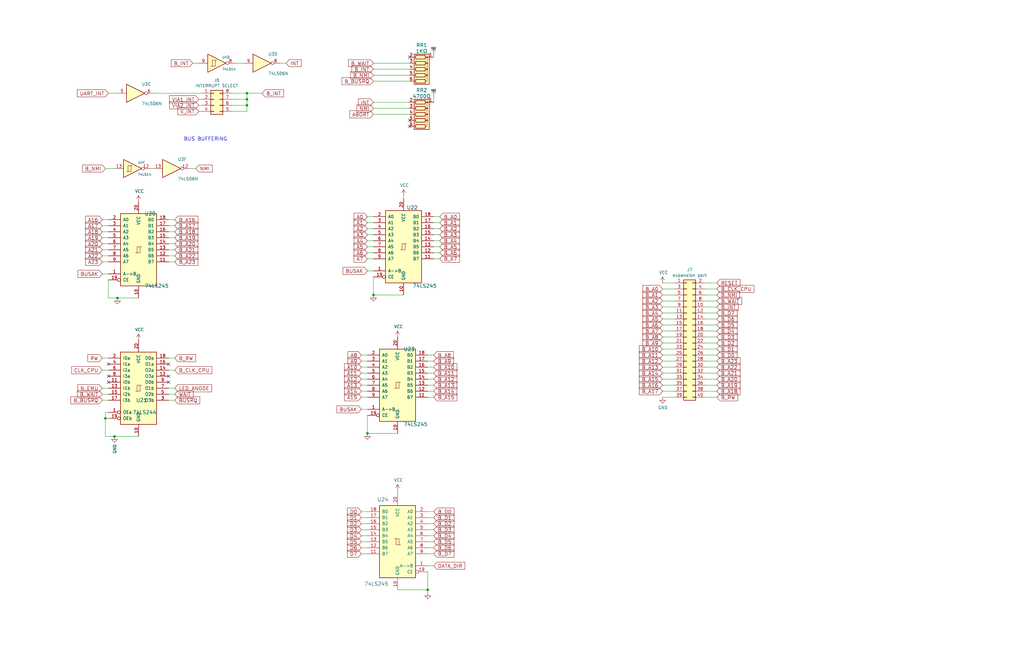
<source format=kicad_sch>
(kicad_sch (version 20211123) (generator eeschema)
  (paper "B")
  (lib_symbols
    (symbol "74xx:74LS06N" (pin_names (offset 1.016))
      (property "Reference" "U" (at 0 1.27 0))
      (property "Value" "74LS06N" (at 0 -1.27 0))
      (symbol "74LS06N_1_0"
        (pin input line (at -7.62 0 0) (length 3.81) (name "~") (number "1"))
        (pin open_collector inverted (at 7.62 0 180) (length 3.81) (name "~") (number "2"))
      )
      (symbol "74LS06N_2_0"
        (pin input line (at -7.62 0 0) (length 3.81) (name "~") (number "3"))
        (pin open_collector inverted (at 7.62 0 180) (length 3.81) (name "~") (number "4"))
      )
      (symbol "74LS06N_3_0"
        (pin input line (at -7.62 0 0) (length 3.81) (name "~") (number "5"))
        (pin open_collector inverted (at 7.62 0 180) (length 3.81) (name "~") (number "6"))
      )
      (symbol "74LS06N_4_0"
        (pin open_collector inverted (at 7.62 0 180) (length 3.81) (name "~") (number "8"))
        (pin input line (at -7.62 0 0) (length 3.81) (name "~") (number "9"))
      )
      (symbol "74LS06N_5_0"
        (pin open_collector inverted (at 7.62 0 180) (length 3.81) (name "~") (number "10"))
        (pin input line (at -7.62 0 0) (length 3.81) (name "~") (number "11"))
      )
      (symbol "74LS06N_6_0"
        (pin open_collector inverted (at 7.62 0 180) (length 3.81) (name "~") (number "12"))
        (pin input line (at -7.62 0 0) (length 3.81) (name "~") (number "13"))
      )
      (symbol "74LS06N_7_0"
        (pin power_in line (at 0 12.7 270) (length 5.08) (name "VCC") (number "14"))
        (pin power_in line (at 0 -12.7 90) (length 5.08) (name "GND") (number "7"))
      )
    )
    (symbol "74xx:74LS14" (pin_names (offset 1.016))
      (property "Reference" "U" (at 0 1.27 0))
      (property "Value" "74LS14" (at 0 -1.27 0))
      (symbol "74LS14_1_0"
        (pin input line (at -7.62 0 0) (length 3.81) (name "~") (number "1"))
        (pin output inverted (at 7.62 0 180) (length 3.81) (name "~") (number "2"))
      )
      (symbol "74LS14_2_0"
        (pin input line (at -7.62 0 0) (length 3.81) (name "~") (number "3"))
        (pin output inverted (at 7.62 0 180) (length 3.81) (name "~") (number "4"))
      )
      (symbol "74LS14_3_0"
        (pin input line (at -7.62 0 0) (length 3.81) (name "~") (number "5"))
        (pin output inverted (at 7.62 0 180) (length 3.81) (name "~") (number "6"))
      )
      (symbol "74LS14_4_0"
        (pin output inverted (at 7.62 0 180) (length 3.81) (name "~") (number "8"))
        (pin input line (at -7.62 0 0) (length 3.81) (name "~") (number "9"))
      )
      (symbol "74LS14_5_0"
        (pin output inverted (at 7.62 0 180) (length 3.81) (name "~") (number "10"))
        (pin input line (at -7.62 0 0) (length 3.81) (name "~") (number "11"))
      )
      (symbol "74LS14_6_0"
        (pin output inverted (at 7.62 0 180) (length 3.81) (name "~") (number "12"))
        (pin input line (at -7.62 0 0) (length 3.81) (name "~") (number "13"))
      )
      (symbol "74LS14_7_0"
        (pin power_in line (at 0 12.7 270) (length 5.08) (name "VCC") (number "14"))
        (pin power_in line (at 0 -12.7 90) (length 5.08) (name "GND") (number "7"))
      )
    )
    (symbol "74xx:74LS244" (pin_names (offset 1.016))
      (property "Reference" "U" (at -7.62 16.51 0))
      (property "Value" "74LS244" (at -7.62 -16.51 0))
      (symbol "74LS244_1_0"
        (pin input inverted (at -12.7 -10.16 0) (length 5.08) (name "OEa") (number "1"))
        (pin power_in line (at 0 -20.32 90) (length 5.08) (name "GND") (number "10"))
        (pin input line (at -12.7 2.54 0) (length 5.08) (name "I0b") (number "11"))
        (pin tri_state line (at 12.7 5.08 180) (length 5.08) (name "O3a") (number "12"))
        (pin input line (at -12.7 0 0) (length 5.08) (name "I1b") (number "13"))
        (pin tri_state line (at 12.7 7.62 180) (length 5.08) (name "O2a") (number "14"))
        (pin input line (at -12.7 -2.54 0) (length 5.08) (name "I2b") (number "15"))
        (pin tri_state line (at 12.7 10.16 180) (length 5.08) (name "O1a") (number "16"))
        (pin input line (at -12.7 -5.08 0) (length 5.08) (name "I3b") (number "17"))
        (pin tri_state line (at 12.7 12.7 180) (length 5.08) (name "O0a") (number "18"))
        (pin input inverted (at -12.7 -12.7 0) (length 5.08) (name "OEb") (number "19"))
        (pin input line (at -12.7 12.7 0) (length 5.08) (name "I0a") (number "2"))
        (pin power_in line (at 0 20.32 270) (length 5.08) (name "VCC") (number "20"))
        (pin tri_state line (at 12.7 -5.08 180) (length 5.08) (name "O3b") (number "3"))
        (pin input line (at -12.7 10.16 0) (length 5.08) (name "I1a") (number "4"))
        (pin tri_state line (at 12.7 -2.54 180) (length 5.08) (name "O2b") (number "5"))
        (pin input line (at -12.7 7.62 0) (length 5.08) (name "I2a") (number "6"))
        (pin tri_state line (at 12.7 0 180) (length 5.08) (name "O1b") (number "7"))
        (pin input line (at -12.7 5.08 0) (length 5.08) (name "I3a") (number "8"))
        (pin tri_state line (at 12.7 2.54 180) (length 5.08) (name "O0b") (number "9"))
      )
    )
    (symbol "74xx:74LS245" (pin_names (offset 1.016))
      (property "Reference" "U" (at -7.62 16.51 0))
      (property "Value" "74LS245" (at -7.62 -16.51 0))
      (symbol "74LS245_1_0"
        (pin input line (at -12.7 -10.16 0) (length 5.08) (name "A->B") (number "1"))
        (pin power_in line (at 0 -20.32 90) (length 5.08) (name "GND") (number "10"))
        (pin tri_state line (at 12.7 -5.08 180) (length 5.08) (name "B7") (number "11"))
        (pin tri_state line (at 12.7 -2.54 180) (length 5.08) (name "B6") (number "12"))
        (pin tri_state line (at 12.7 0 180) (length 5.08) (name "B5") (number "13"))
        (pin tri_state line (at 12.7 2.54 180) (length 5.08) (name "B4") (number "14"))
        (pin tri_state line (at 12.7 5.08 180) (length 5.08) (name "B3") (number "15"))
        (pin tri_state line (at 12.7 7.62 180) (length 5.08) (name "B2") (number "16"))
        (pin tri_state line (at 12.7 10.16 180) (length 5.08) (name "B1") (number "17"))
        (pin tri_state line (at 12.7 12.7 180) (length 5.08) (name "B0") (number "18"))
        (pin input inverted (at -12.7 -12.7 0) (length 5.08) (name "CE") (number "19"))
        (pin tri_state line (at -12.7 12.7 0) (length 5.08) (name "A0") (number "2"))
        (pin power_in line (at 0 20.32 270) (length 5.08) (name "VCC") (number "20"))
        (pin tri_state line (at -12.7 10.16 0) (length 5.08) (name "A1") (number "3"))
        (pin tri_state line (at -12.7 7.62 0) (length 5.08) (name "A2") (number "4"))
        (pin tri_state line (at -12.7 5.08 0) (length 5.08) (name "A3") (number "5"))
        (pin tri_state line (at -12.7 2.54 0) (length 5.08) (name "A4") (number "6"))
        (pin tri_state line (at -12.7 0 0) (length 5.08) (name "A5") (number "7"))
        (pin tri_state line (at -12.7 -2.54 0) (length 5.08) (name "A6") (number "8"))
        (pin tri_state line (at -12.7 -5.08 0) (length 5.08) (name "A7") (number "9"))
      )
    )
    (symbol "Connector_Generic:Conn_02x04_Counter_Clockwise" (pin_names (offset 1.016) hide)
      (property "Reference" "J" (at 1.27 5.08 0))
      (property "Value" "Conn_02x04_Counter_Clockwise" (at 1.27 -7.62 0))
      (symbol "Conn_02x04_Counter_Clockwise_1_1"
        (pin passive line (at -5.08 2.54 0) (length 3.81) (name "Pin_1") (number "1"))
        (pin passive line (at -5.08 0 0) (length 3.81) (name "Pin_2") (number "2"))
        (pin passive line (at -5.08 -2.54 0) (length 3.81) (name "Pin_3") (number "3"))
        (pin passive line (at -5.08 -5.08 0) (length 3.81) (name "Pin_4") (number "4"))
        (pin passive line (at 7.62 -5.08 180) (length 3.81) (name "Pin_5") (number "5"))
        (pin passive line (at 7.62 -2.54 180) (length 3.81) (name "Pin_6") (number "6"))
        (pin passive line (at 7.62 0 180) (length 3.81) (name "Pin_7") (number "7"))
        (pin passive line (at 7.62 2.54 180) (length 3.81) (name "Pin_8") (number "8"))
      )
    )
    (symbol "Connector_Generic:Conn_02x20_Odd_Even" (pin_names (offset 1.016) hide)
      (property "Reference" "J" (at 1.27 25.4 0))
      (property "Value" "Conn_02x20_Odd_Even" (at 1.27 -27.94 0))
      (symbol "Conn_02x20_Odd_Even_1_1"
        (pin passive line (at -5.08 22.86 0) (length 3.81) (name "Pin_1") (number "1"))
        (pin passive line (at 7.62 12.7 180) (length 3.81) (name "Pin_10") (number "10"))
        (pin passive line (at -5.08 10.16 0) (length 3.81) (name "Pin_11") (number "11"))
        (pin passive line (at 7.62 10.16 180) (length 3.81) (name "Pin_12") (number "12"))
        (pin passive line (at -5.08 7.62 0) (length 3.81) (name "Pin_13") (number "13"))
        (pin passive line (at 7.62 7.62 180) (length 3.81) (name "Pin_14") (number "14"))
        (pin passive line (at -5.08 5.08 0) (length 3.81) (name "Pin_15") (number "15"))
        (pin passive line (at 7.62 5.08 180) (length 3.81) (name "Pin_16") (number "16"))
        (pin passive line (at -5.08 2.54 0) (length 3.81) (name "Pin_17") (number "17"))
        (pin passive line (at 7.62 2.54 180) (length 3.81) (name "Pin_18") (number "18"))
        (pin passive line (at -5.08 0 0) (length 3.81) (name "Pin_19") (number "19"))
        (pin passive line (at 7.62 22.86 180) (length 3.81) (name "Pin_2") (number "2"))
        (pin passive line (at 7.62 0 180) (length 3.81) (name "Pin_20") (number "20"))
        (pin passive line (at -5.08 -2.54 0) (length 3.81) (name "Pin_21") (number "21"))
        (pin passive line (at 7.62 -2.54 180) (length 3.81) (name "Pin_22") (number "22"))
        (pin passive line (at -5.08 -5.08 0) (length 3.81) (name "Pin_23") (number "23"))
        (pin passive line (at 7.62 -5.08 180) (length 3.81) (name "Pin_24") (number "24"))
        (pin passive line (at -5.08 -7.62 0) (length 3.81) (name "Pin_25") (number "25"))
        (pin passive line (at 7.62 -7.62 180) (length 3.81) (name "Pin_26") (number "26"))
        (pin passive line (at -5.08 -10.16 0) (length 3.81) (name "Pin_27") (number "27"))
        (pin passive line (at 7.62 -10.16 180) (length 3.81) (name "Pin_28") (number "28"))
        (pin passive line (at -5.08 -12.7 0) (length 3.81) (name "Pin_29") (number "29"))
        (pin passive line (at -5.08 20.32 0) (length 3.81) (name "Pin_3") (number "3"))
        (pin passive line (at 7.62 -12.7 180) (length 3.81) (name "Pin_30") (number "30"))
        (pin passive line (at -5.08 -15.24 0) (length 3.81) (name "Pin_31") (number "31"))
        (pin passive line (at 7.62 -15.24 180) (length 3.81) (name "Pin_32") (number "32"))
        (pin passive line (at -5.08 -17.78 0) (length 3.81) (name "Pin_33") (number "33"))
        (pin passive line (at 7.62 -17.78 180) (length 3.81) (name "Pin_34") (number "34"))
        (pin passive line (at -5.08 -20.32 0) (length 3.81) (name "Pin_35") (number "35"))
        (pin passive line (at 7.62 -20.32 180) (length 3.81) (name "Pin_36") (number "36"))
        (pin passive line (at -5.08 -22.86 0) (length 3.81) (name "Pin_37") (number "37"))
        (pin passive line (at 7.62 -22.86 180) (length 3.81) (name "Pin_38") (number "38"))
        (pin passive line (at -5.08 -25.4 0) (length 3.81) (name "Pin_39") (number "39"))
        (pin passive line (at 7.62 20.32 180) (length 3.81) (name "Pin_4") (number "4"))
        (pin passive line (at 7.62 -25.4 180) (length 3.81) (name "Pin_40") (number "40"))
        (pin passive line (at -5.08 17.78 0) (length 3.81) (name "Pin_5") (number "5"))
        (pin passive line (at 7.62 17.78 180) (length 3.81) (name "Pin_6") (number "6"))
        (pin passive line (at -5.08 15.24 0) (length 3.81) (name "Pin_7") (number "7"))
        (pin passive line (at 7.62 15.24 180) (length 3.81) (name "Pin_8") (number "8"))
        (pin passive line (at -5.08 12.7 0) (length 3.81) (name "Pin_9") (number "9"))
      )
    )
    (symbol "Device:R_Network05" (pin_names (offset 0) hide)
      (property "Reference" "RN" (at -7.62 0 90))
      (property "Value" "R_Network05" (at 7.62 0 90))
      (symbol "R_Network05_1_1"
        (pin passive line (at -5.08 5.08 270) (length 2.54) (name "common") (number "1"))
        (pin passive line (at -5.08 -5.08 90) (length 1.27) (name "R1") (number "2"))
        (pin passive line (at -2.54 -5.08 90) (length 1.27) (name "R2") (number "3"))
        (pin passive line (at 0 -5.08 90) (length 1.27) (name "R3") (number "4"))
        (pin passive line (at 2.54 -5.08 90) (length 1.27) (name "R4") (number "5"))
        (pin passive line (at 5.08 -5.08 90) (length 1.27) (name "R5") (number "6"))
      )
    )
    (symbol "power:GND" (power) (pin_names (offset 0))
      (property "Value" "GND" (at 0 -3.81 0))
      (symbol "GND_1_1"
        (pin power_in line (at 0 0 270) (length 0) hide (name "GND") (number "1"))
      )
    )
    (symbol "power:VCC" (power) (pin_names (offset 0))
      (property "Value" "VCC" (at 0 3.81 0))
      (symbol "VCC_1_1"
        (pin power_in line (at 0 0 90) (length 0) hide (name "VCC") (number "1"))
      )
    )
  )
  (junction (at 104.14 39.37))
  (junction (at 154.94 182.88))
  (junction (at 180.34 248.92))
  (junction (at 104.14 44.45))
  (junction (at 48.26 184.15))
  (junction (at 44.45 176.53))
  (junction (at 157.48 124.46))
  (junction (at 104.14 41.91))
  (junction (at 49.53 125.73))
  (no_connect (at 71.12 161.29))
  (no_connect (at 172.72 50.8))
  (no_connect (at 71.12 153.67))
  (no_connect (at 45.72 158.75))
  (no_connect (at 45.72 153.67))
  (no_connect (at 71.12 158.75))
  (no_connect (at 172.72 24.13))
  (no_connect (at 172.72 53.34))
  (no_connect (at 45.72 161.29))
  (wire (pts (xy 297.18 129.54) (xy 302.26 129.54)))
  (wire (pts (xy 104.14 39.37) (xy 110.49 39.37)))
  (wire (pts (xy 97.79 44.45) (xy 104.14 44.45)))
  (wire (pts (xy 297.18 154.94) (xy 302.26 154.94)))
  (wire (pts (xy 154.94 175.26) (xy 154.94 182.88)))
  (wire (pts (xy 180.34 149.86) (xy 182.88 149.86)))
  (wire (pts (xy 279.4 165.1) (xy 284.48 165.1)))
  (wire (pts (xy 297.18 139.7) (xy 302.26 139.7)))
  (wire (pts (xy 43.18 107.95) (xy 45.72 107.95)))
  (wire (pts (xy 180.34 152.4) (xy 182.88 152.4)))
  (wire (pts (xy 180.34 233.68) (xy 182.88 233.68)))
  (wire (pts (xy 71.12 163.83) (xy 73.66 163.83)))
  (wire (pts (xy 170.18 82.55) (xy 170.18 83.82)))
  (wire (pts (xy 43.18 97.79) (xy 45.72 97.79)))
  (wire (pts (xy 180.34 167.64) (xy 182.88 167.64)))
  (wire (pts (xy 297.18 160.02) (xy 302.26 160.02)))
  (wire (pts (xy 152.4 231.14) (xy 154.94 231.14)))
  (wire (pts (xy 182.88 101.6) (xy 185.42 101.6)))
  (wire (pts (xy 297.18 137.16) (xy 302.26 137.16)))
  (wire (pts (xy 71.12 95.25) (xy 73.66 95.25)))
  (wire (pts (xy 182.88 99.06) (xy 185.42 99.06)))
  (wire (pts (xy 180.34 248.92) (xy 180.34 250.19)))
  (wire (pts (xy 152.4 165.1) (xy 154.94 165.1)))
  (wire (pts (xy 71.12 97.79) (xy 73.66 97.79)))
  (wire (pts (xy 297.18 127) (xy 302.26 127)))
  (wire (pts (xy 83.82 44.45) (xy 85.09 44.45)))
  (wire (pts (xy 154.94 96.52) (xy 157.48 96.52)))
  (wire (pts (xy 104.14 44.45) (xy 104.14 46.99)))
  (wire (pts (xy 118.11 26.67) (xy 120.65 26.67)))
  (wire (pts (xy 172.72 29.21) (xy 157.48 29.21)))
  (wire (pts (xy 172.72 43.18) (xy 157.48 43.18)))
  (wire (pts (xy 152.4 223.52) (xy 154.94 223.52)))
  (wire (pts (xy 152.4 152.4) (xy 154.94 152.4)))
  (wire (pts (xy 152.4 154.94) (xy 154.94 154.94)))
  (wire (pts (xy 49.53 125.73) (xy 58.42 125.73)))
  (wire (pts (xy 284.48 139.7) (xy 279.4 139.7)))
  (wire (pts (xy 71.12 92.71) (xy 73.66 92.71)))
  (wire (pts (xy 44.45 71.12) (xy 48.26 71.12)))
  (wire (pts (xy 64.77 39.37) (xy 85.09 39.37)))
  (wire (pts (xy 152.4 149.86) (xy 154.94 149.86)))
  (wire (pts (xy 297.18 142.24) (xy 302.26 142.24)))
  (wire (pts (xy 172.72 48.26) (xy 157.48 48.26)))
  (wire (pts (xy 297.18 147.32) (xy 302.26 147.32)))
  (wire (pts (xy 284.48 129.54) (xy 279.4 129.54)))
  (wire (pts (xy 154.94 106.68) (xy 157.48 106.68)))
  (wire (pts (xy 297.18 149.86) (xy 302.26 149.86)))
  (wire (pts (xy 182.88 93.98) (xy 185.42 93.98)))
  (wire (pts (xy 172.72 34.29) (xy 157.48 34.29)))
  (wire (pts (xy 182.88 22.86) (xy 182.88 24.13)))
  (wire (pts (xy 99.06 26.67) (xy 102.87 26.67)))
  (wire (pts (xy 104.14 39.37) (xy 104.14 41.91)))
  (wire (pts (xy 152.4 157.48) (xy 154.94 157.48)))
  (wire (pts (xy 154.94 91.44) (xy 157.48 91.44)))
  (wire (pts (xy 71.12 107.95) (xy 73.66 107.95)))
  (wire (pts (xy 180.34 238.76) (xy 182.88 238.76)))
  (wire (pts (xy 297.18 132.08) (xy 302.26 132.08)))
  (wire (pts (xy 81.28 26.67) (xy 83.82 26.67)))
  (wire (pts (xy 297.18 124.46) (xy 302.26 124.46)))
  (wire (pts (xy 44.45 176.53) (xy 44.45 173.99)))
  (wire (pts (xy 180.34 228.6) (xy 182.88 228.6)))
  (wire (pts (xy 152.4 160.02) (xy 154.94 160.02)))
  (wire (pts (xy 297.18 134.62) (xy 302.26 134.62)))
  (wire (pts (xy 83.82 41.91) (xy 85.09 41.91)))
  (wire (pts (xy 284.48 149.86) (xy 279.4 149.86)))
  (wire (pts (xy 297.18 144.78) (xy 302.26 144.78)))
  (wire (pts (xy 43.18 102.87) (xy 45.72 102.87)))
  (wire (pts (xy 71.12 156.21) (xy 73.66 156.21)))
  (wire (pts (xy 44.45 173.99) (xy 45.72 173.99)))
  (wire (pts (xy 284.48 142.24) (xy 279.4 142.24)))
  (wire (pts (xy 284.48 167.64) (xy 279.4 167.64)))
  (wire (pts (xy 172.72 26.67) (xy 157.48 26.67)))
  (wire (pts (xy 180.34 231.14) (xy 182.88 231.14)))
  (wire (pts (xy 297.18 167.64) (xy 302.26 167.64)))
  (wire (pts (xy 182.88 106.68) (xy 185.42 106.68)))
  (wire (pts (xy 172.72 45.72) (xy 157.48 45.72)))
  (wire (pts (xy 43.18 95.25) (xy 45.72 95.25)))
  (wire (pts (xy 152.4 218.44) (xy 154.94 218.44)))
  (wire (pts (xy 71.12 166.37) (xy 73.66 166.37)))
  (wire (pts (xy 154.94 109.22) (xy 157.48 109.22)))
  (wire (pts (xy 284.48 121.92) (xy 279.4 121.92)))
  (wire (pts (xy 44.45 176.53) (xy 45.72 176.53)))
  (wire (pts (xy 152.4 215.9) (xy 154.94 215.9)))
  (wire (pts (xy 284.48 152.4) (xy 279.4 152.4)))
  (wire (pts (xy 154.94 182.88) (xy 167.64 182.88)))
  (wire (pts (xy 43.18 156.21) (xy 45.72 156.21)))
  (wire (pts (xy 152.4 167.64) (xy 154.94 167.64)))
  (wire (pts (xy 180.34 154.94) (xy 182.88 154.94)))
  (wire (pts (xy 297.18 152.4) (xy 302.26 152.4)))
  (wire (pts (xy 43.18 151.13) (xy 45.72 151.13)))
  (wire (pts (xy 63.5 71.12) (xy 64.77 71.12)))
  (wire (pts (xy 284.48 154.94) (xy 279.4 154.94)))
  (wire (pts (xy 58.42 184.15) (xy 48.26 184.15)))
  (wire (pts (xy 43.18 100.33) (xy 45.72 100.33)))
  (wire (pts (xy 43.18 163.83) (xy 45.72 163.83)))
  (wire (pts (xy 83.82 46.99) (xy 85.09 46.99)))
  (wire (pts (xy 180.34 226.06) (xy 182.88 226.06)))
  (wire (pts (xy 43.18 168.91) (xy 45.72 168.91)))
  (wire (pts (xy 154.94 101.6) (xy 157.48 101.6)))
  (wire (pts (xy 45.72 125.73) (xy 49.53 125.73)))
  (wire (pts (xy 154.94 93.98) (xy 157.48 93.98)))
  (wire (pts (xy 152.4 226.06) (xy 154.94 226.06)))
  (wire (pts (xy 182.88 40.64) (xy 182.88 43.18)))
  (wire (pts (xy 297.18 157.48) (xy 302.26 157.48)))
  (wire (pts (xy 180.34 215.9) (xy 182.88 215.9)))
  (wire (pts (xy 44.45 184.15) (xy 44.45 176.53)))
  (wire (pts (xy 43.18 110.49) (xy 45.72 110.49)))
  (wire (pts (xy 43.18 166.37) (xy 45.72 166.37)))
  (wire (pts (xy 297.18 121.92) (xy 302.26 121.92)))
  (wire (pts (xy 152.4 220.98) (xy 154.94 220.98)))
  (wire (pts (xy 48.26 184.15) (xy 44.45 184.15)))
  (wire (pts (xy 284.48 132.08) (xy 279.4 132.08)))
  (wire (pts (xy 284.48 157.48) (xy 279.4 157.48)))
  (wire (pts (xy 284.48 162.56) (xy 279.4 162.56)))
  (wire (pts (xy 167.64 248.92) (xy 180.34 248.92)))
  (wire (pts (xy 97.79 46.99) (xy 104.14 46.99)))
  (wire (pts (xy 180.34 241.3) (xy 180.34 248.92)))
  (wire (pts (xy 284.48 127) (xy 279.4 127)))
  (wire (pts (xy 180.34 165.1) (xy 182.88 165.1)))
  (wire (pts (xy 180.34 220.98) (xy 182.88 220.98)))
  (wire (pts (xy 284.48 124.46) (xy 279.4 124.46)))
  (wire (pts (xy 152.4 233.68) (xy 154.94 233.68)))
  (wire (pts (xy 284.48 119.38) (xy 279.4 119.38)))
  (wire (pts (xy 43.18 92.71) (xy 45.72 92.71)))
  (wire (pts (xy 180.34 157.48) (xy 182.88 157.48)))
  (wire (pts (xy 43.18 115.57) (xy 45.72 115.57)))
  (wire (pts (xy 80.01 71.12) (xy 82.55 71.12)))
  (wire (pts (xy 182.88 109.22) (xy 185.42 109.22)))
  (wire (pts (xy 182.88 96.52) (xy 185.42 96.52)))
  (wire (pts (xy 71.12 100.33) (xy 73.66 100.33)))
  (wire (pts (xy 284.48 137.16) (xy 279.4 137.16)))
  (wire (pts (xy 43.18 105.41) (xy 45.72 105.41)))
  (wire (pts (xy 167.64 207.01) (xy 167.64 208.28)))
  (wire (pts (xy 152.4 228.6) (xy 154.94 228.6)))
  (wire (pts (xy 104.14 41.91) (xy 104.14 44.45)))
  (wire (pts (xy 297.18 165.1) (xy 302.26 165.1)))
  (wire (pts (xy 182.88 91.44) (xy 185.42 91.44)))
  (wire (pts (xy 45.72 39.37) (xy 49.53 39.37)))
  (wire (pts (xy 297.18 119.38) (xy 302.26 119.38)))
  (wire (pts (xy 71.12 102.87) (xy 73.66 102.87)))
  (wire (pts (xy 180.34 160.02) (xy 182.88 160.02)))
  (wire (pts (xy 297.18 162.56) (xy 302.26 162.56)))
  (wire (pts (xy 182.88 104.14) (xy 185.42 104.14)))
  (wire (pts (xy 152.4 172.72) (xy 154.94 172.72)))
  (wire (pts (xy 71.12 110.49) (xy 73.66 110.49)))
  (wire (pts (xy 154.94 114.3) (xy 157.48 114.3)))
  (wire (pts (xy 180.34 162.56) (xy 182.88 162.56)))
  (wire (pts (xy 284.48 144.78) (xy 279.4 144.78)))
  (wire (pts (xy 172.72 31.75) (xy 157.48 31.75)))
  (wire (pts (xy 97.79 39.37) (xy 104.14 39.37)))
  (wire (pts (xy 71.12 151.13) (xy 73.66 151.13)))
  (wire (pts (xy 157.48 124.46) (xy 170.18 124.46)))
  (wire (pts (xy 180.34 223.52) (xy 182.88 223.52)))
  (wire (pts (xy 45.72 118.11) (xy 45.72 125.73)))
  (wire (pts (xy 284.48 134.62) (xy 279.4 134.62)))
  (wire (pts (xy 157.48 116.84) (xy 157.48 124.46)))
  (wire (pts (xy 180.34 218.44) (xy 182.88 218.44)))
  (wire (pts (xy 71.12 168.91) (xy 73.66 168.91)))
  (wire (pts (xy 154.94 99.06) (xy 157.48 99.06)))
  (wire (pts (xy 152.4 162.56) (xy 154.94 162.56)))
  (wire (pts (xy 284.48 147.32) (xy 279.4 147.32)))
  (wire (pts (xy 97.79 41.91) (xy 104.14 41.91)))
  (wire (pts (xy 154.94 104.14) (xy 157.48 104.14)))
  (wire (pts (xy 71.12 105.41) (xy 73.66 105.41)))
  (wire (pts (xy 284.48 160.02) (xy 279.4 160.02)))
  (text "BUS BUFFERING" (at 77.47 59.69 0) (effects (font (size 1.524 1.524)) (justify left bottom)))
  (global_label "B_A7" (shape input) (at 185.42 109.22 0) (effects (font (size 1.524 1.524))) (property "Intersheet References" "${INTERSHEET_REFS}" (effects hide)))
  (global_label "B_A15" (shape input) (at 182.88 167.64 0) (effects (font (size 1.524 1.524))) (property "Intersheet References" "${INTERSHEET_REFS}" (effects hide)))
  (global_label "B_A4" (shape input) (at 279.4 132.08 180) (effects (font (size 1.524 1.524))) (property "Intersheet References" "${INTERSHEET_REFS}" (effects hide)))
  (global_label "A3" (shape input) (at 154.94 99.06 180) (effects (font (size 1.524 1.524))) (property "Intersheet References" "${INTERSHEET_REFS}" (effects hide)))
  (global_label "D3" (shape input) (at 152.4 223.52 180) (effects (font (size 1.524 1.524))) (property "Intersheet References" "${INTERSHEET_REFS}" (effects hide)))
  (global_label "B_A16" (shape input) (at 279.4 162.56 180) (effects (font (size 1.524 1.524))) (property "Intersheet References" "${INTERSHEET_REFS}" (effects hide)))
  (global_label "B_A13" (shape input) (at 279.4 154.94 180) (effects (font (size 1.524 1.524))) (property "Intersheet References" "${INTERSHEET_REFS}" (effects hide)))
  (global_label "B_A14" (shape input) (at 279.4 157.48 180) (effects (font (size 1.524 1.524))) (property "Intersheet References" "${INTERSHEET_REFS}" (effects hide)))
  (global_label "UART_INT" (shape input) (at 45.72 39.37 180) (effects (font (size 1.524 1.524))) (property "Intersheet References" "${INTERSHEET_REFS}" (effects hide)))
  (global_label "V_INT" (shape input) (at 83.82 46.99 180) (effects (font (size 1.524 1.524))) (property "Intersheet References" "${INTERSHEET_REFS}" (effects hide)))
  (global_label "A8" (shape input) (at 152.4 149.86 180) (effects (font (size 1.524 1.524))) (property "Intersheet References" "${INTERSHEET_REFS}" (effects hide)))
  (global_label "B_A17" (shape input) (at 73.66 95.25 0) (effects (font (size 1.524 1.524))) (property "Intersheet References" "${INTERSHEET_REFS}" (effects hide)))
  (global_label "B_A7" (shape input) (at 279.4 139.7 180) (effects (font (size 1.524 1.524))) (property "Intersheet References" "${INTERSHEET_REFS}" (effects hide)))
  (global_label "A2" (shape input) (at 154.94 96.52 180) (effects (font (size 1.524 1.524))) (property "Intersheet References" "${INTERSHEET_REFS}" (effects hide)))
  (global_label "RESET" (shape input) (at 302.26 119.38 0) (effects (font (size 1.524 1.524))) (property "Intersheet References" "${INTERSHEET_REFS}" (effects hide)))
  (global_label "B_D3" (shape input) (at 302.26 142.24 0) (effects (font (size 1.524 1.524))) (property "Intersheet References" "${INTERSHEET_REFS}" (effects hide)))
  (global_label "B_A4" (shape input) (at 185.42 101.6 0) (effects (font (size 1.524 1.524))) (property "Intersheet References" "${INTERSHEET_REFS}" (effects hide)))
  (global_label "CLK_CPU" (shape input) (at 43.18 156.21 180) (effects (font (size 1.524 1.524))) (property "Intersheet References" "${INTERSHEET_REFS}" (effects hide)))
  (global_label "B_D2" (shape input) (at 182.88 220.98 0) (effects (font (size 1.524 1.524))) (property "Intersheet References" "${INTERSHEET_REFS}" (effects hide)))
  (global_label "B_D5" (shape input) (at 182.88 228.6 0) (effects (font (size 1.524 1.524))) (property "Intersheet References" "${INTERSHEET_REFS}" (effects hide)))
  (global_label "D4" (shape input) (at 152.4 226.06 180) (effects (font (size 1.524 1.524))) (property "Intersheet References" "${INTERSHEET_REFS}" (effects hide)))
  (global_label "A5" (shape input) (at 154.94 104.14 180) (effects (font (size 1.524 1.524))) (property "Intersheet References" "${INTERSHEET_REFS}" (effects hide)))
  (global_label "B_A9" (shape input) (at 279.4 144.78 180) (effects (font (size 1.524 1.524))) (property "Intersheet References" "${INTERSHEET_REFS}" (effects hide)))
  (global_label "B_BUSRQ" (shape input) (at 157.48 34.29 180) (effects (font (size 1.524 1.524))) (property "Intersheet References" "${INTERSHEET_REFS}" (effects hide)))
  (global_label "B_A5" (shape input) (at 185.42 104.14 0) (effects (font (size 1.524 1.524))) (property "Intersheet References" "${INTERSHEET_REFS}" (effects hide)))
  (global_label "A15" (shape input) (at 152.4 167.64 180) (effects (font (size 1.524 1.524))) (property "Intersheet References" "${INTERSHEET_REFS}" (effects hide)))
  (global_label "BUSAK" (shape input) (at 154.94 114.3 180) (effects (font (size 1.524 1.524))) (property "Intersheet References" "${INTERSHEET_REFS}" (effects hide)))
  (global_label "B_A10" (shape input) (at 279.4 147.32 180) (effects (font (size 1.524 1.524))) (property "Intersheet References" "${INTERSHEET_REFS}" (effects hide)))
  (global_label "LED_ANODE" (shape input) (at 73.66 163.83 0) (effects (font (size 1.524 1.524))) (property "Intersheet References" "${INTERSHEET_REFS}" (effects hide)))
  (global_label "B_A0" (shape input) (at 279.4 121.92 180) (effects (font (size 1.524 1.524))) (property "Intersheet References" "${INTERSHEET_REFS}" (effects hide)))
  (global_label "D7" (shape input) (at 152.4 233.68 180) (effects (font (size 1.524 1.524))) (property "Intersheet References" "${INTERSHEET_REFS}" (effects hide)))
  (global_label "B_A11" (shape input) (at 182.88 157.48 0) (effects (font (size 1.524 1.524))) (property "Intersheet References" "${INTERSHEET_REFS}" (effects hide)))
  (global_label "A17" (shape input) (at 43.18 95.25 180) (effects (font (size 1.524 1.524))) (property "Intersheet References" "${INTERSHEET_REFS}" (effects hide)))
  (global_label "B_RW" (shape input) (at 73.66 151.13 0) (effects (font (size 1.524 1.524))) (property "Intersheet References" "${INTERSHEET_REFS}" (effects hide)))
  (global_label "D0" (shape input) (at 152.4 215.9 180) (effects (font (size 1.524 1.524))) (property "Intersheet References" "${INTERSHEET_REFS}" (effects hide)))
  (global_label "B_RW" (shape input) (at 302.26 167.64 0) (effects (font (size 1.524 1.524))) (property "Intersheet References" "${INTERSHEET_REFS}" (effects hide)))
  (global_label "B_A14" (shape input) (at 182.88 165.1 0) (effects (font (size 1.524 1.524))) (property "Intersheet References" "${INTERSHEET_REFS}" (effects hide)))
  (global_label "VIA2_INT" (shape input) (at 83.82 44.45 180) (effects (font (size 1.524 1.524))) (property "Intersheet References" "${INTERSHEET_REFS}" (effects hide)))
  (global_label "B_D6" (shape input) (at 182.88 231.14 0) (effects (font (size 1.524 1.524))) (property "Intersheet References" "${INTERSHEET_REFS}" (effects hide)))
  (global_label "A9" (shape input) (at 152.4 152.4 180) (effects (font (size 1.524 1.524))) (property "Intersheet References" "${INTERSHEET_REFS}" (effects hide)))
  (global_label "A19" (shape input) (at 43.18 100.33 180) (effects (font (size 1.524 1.524))) (property "Intersheet References" "${INTERSHEET_REFS}" (effects hide)))
  (global_label "B_A12" (shape input) (at 279.4 152.4 180) (effects (font (size 1.524 1.524))) (property "Intersheet References" "${INTERSHEET_REFS}" (effects hide)))
  (global_label "B_WAIT" (shape input) (at 302.26 127 0) (effects (font (size 1.524 1.524))) (property "Intersheet References" "${INTERSHEET_REFS}" (effects hide)))
  (global_label "B_A13" (shape input) (at 182.88 162.56 0) (effects (font (size 1.524 1.524))) (property "Intersheet References" "${INTERSHEET_REFS}" (effects hide)))
  (global_label "B_A19" (shape input) (at 73.66 100.33 0) (effects (font (size 1.524 1.524))) (property "Intersheet References" "${INTERSHEET_REFS}" (effects hide)))
  (global_label "B_A2" (shape input) (at 185.42 96.52 0) (effects (font (size 1.524 1.524))) (property "Intersheet References" "${INTERSHEET_REFS}" (effects hide)))
  (global_label "B_BUSRQ" (shape input) (at 43.18 168.91 180) (effects (font (size 1.524 1.524))) (property "Intersheet References" "${INTERSHEET_REFS}" (effects hide)))
  (global_label "A21" (shape input) (at 43.18 105.41 180) (effects (font (size 1.524 1.524))) (property "Intersheet References" "${INTERSHEET_REFS}" (effects hide)))
  (global_label "B_WAIT" (shape input) (at 43.18 166.37 180) (effects (font (size 1.524 1.524))) (property "Intersheet References" "${INTERSHEET_REFS}" (effects hide)))
  (global_label "VIA1_INT" (shape input) (at 83.82 41.91 180) (effects (font (size 1.524 1.524))) (property "Intersheet References" "${INTERSHEET_REFS}" (effects hide)))
  (global_label "B_D4" (shape input) (at 302.26 139.7 0) (effects (font (size 1.524 1.524))) (property "Intersheet References" "${INTERSHEET_REFS}" (effects hide)))
  (global_label "B_D6" (shape input) (at 302.26 134.62 0) (effects (font (size 1.524 1.524))) (property "Intersheet References" "${INTERSHEET_REFS}" (effects hide)))
  (global_label "BUSRQ" (shape input) (at 73.66 168.91 0) (effects (font (size 1.524 1.524))) (property "Intersheet References" "${INTERSHEET_REFS}" (effects hide)))
  (global_label "B_NMI" (shape input) (at 302.26 124.46 0) (effects (font (size 1.524 1.524))) (property "Intersheet References" "${INTERSHEET_REFS}" (effects hide)))
  (global_label "DATA_DIR" (shape input) (at 182.88 238.76 0) (effects (font (size 1.524 1.524))) (property "Intersheet References" "${INTERSHEET_REFS}" (effects hide)))
  (global_label "B_INT" (shape input) (at 110.49 39.37 0) (effects (font (size 1.524 1.524))) (property "Intersheet References" "${INTERSHEET_REFS}" (effects hide)))
  (global_label "B_D7" (shape input) (at 302.26 132.08 0) (effects (font (size 1.524 1.524))) (property "Intersheet References" "${INTERSHEET_REFS}" (effects hide)))
  (global_label "B_INT" (shape input) (at 157.48 29.21 180) (effects (font (size 1.524 1.524))) (property "Intersheet References" "${INTERSHEET_REFS}" (effects hide)))
  (global_label "D5" (shape input) (at 152.4 228.6 180) (effects (font (size 1.524 1.524))) (property "Intersheet References" "${INTERSHEET_REFS}" (effects hide)))
  (global_label "B_A15" (shape input) (at 279.4 160.02 180) (effects (font (size 1.524 1.524))) (property "Intersheet References" "${INTERSHEET_REFS}" (effects hide)))
  (global_label "B_D4" (shape input) (at 182.88 226.06 0) (effects (font (size 1.524 1.524))) (property "Intersheet References" "${INTERSHEET_REFS}" (effects hide)))
  (global_label "A23" (shape input) (at 43.18 110.49 180) (effects (font (size 1.524 1.524))) (property "Intersheet References" "${INTERSHEET_REFS}" (effects hide)))
  (global_label "B_A18" (shape input) (at 73.66 97.79 0) (effects (font (size 1.524 1.524))) (property "Intersheet References" "${INTERSHEET_REFS}" (effects hide)))
  (global_label "B_A2" (shape input) (at 279.4 127 180) (effects (font (size 1.524 1.524))) (property "Intersheet References" "${INTERSHEET_REFS}" (effects hide)))
  (global_label "D2" (shape input) (at 152.4 220.98 180) (effects (font (size 1.524 1.524))) (property "Intersheet References" "${INTERSHEET_REFS}" (effects hide)))
  (global_label "B_A18" (shape input) (at 302.26 165.1 0) (effects (font (size 1.524 1.524))) (property "Intersheet References" "${INTERSHEET_REFS}" (effects hide)))
  (global_label "A13" (shape input) (at 152.4 162.56 180) (effects (font (size 1.524 1.524))) (property "Intersheet References" "${INTERSHEET_REFS}" (effects hide)))
  (global_label "BUSAK" (shape input) (at 43.18 115.57 180) (effects (font (size 1.524 1.524))) (property "Intersheet References" "${INTERSHEET_REFS}" (effects hide)))
  (global_label "A20" (shape input) (at 43.18 102.87 180) (effects (font (size 1.524 1.524))) (property "Intersheet References" "${INTERSHEET_REFS}" (effects hide)))
  (global_label "B_A5" (shape input) (at 279.4 134.62 180) (effects (font (size 1.524 1.524))) (property "Intersheet References" "${INTERSHEET_REFS}" (effects hide)))
  (global_label "B_D5" (shape input) (at 302.26 137.16 0) (effects (font (size 1.524 1.524))) (property "Intersheet References" "${INTERSHEET_REFS}" (effects hide)))
  (global_label "B_A22" (shape input) (at 73.66 107.95 0) (effects (font (size 1.524 1.524))) (property "Intersheet References" "${INTERSHEET_REFS}" (effects hide)))
  (global_label "B_A8" (shape input) (at 279.4 142.24 180) (effects (font (size 1.524 1.524))) (property "Intersheet References" "${INTERSHEET_REFS}" (effects hide)))
  (global_label "B_A20" (shape input) (at 302.26 160.02 0) (effects (font (size 1.524 1.524))) (property "Intersheet References" "${INTERSHEET_REFS}" (effects hide)))
  (global_label "A7" (shape input) (at 154.94 109.22 180) (effects (font (size 1.524 1.524))) (property "Intersheet References" "${INTERSHEET_REFS}" (effects hide)))
  (global_label "B_D2" (shape input) (at 302.26 144.78 0) (effects (font (size 1.524 1.524))) (property "Intersheet References" "${INTERSHEET_REFS}" (effects hide)))
  (global_label "B_A21" (shape input) (at 73.66 105.41 0) (effects (font (size 1.524 1.524))) (property "Intersheet References" "${INTERSHEET_REFS}" (effects hide)))
  (global_label "B_NMI" (shape input) (at 157.48 31.75 180) (effects (font (size 1.524 1.524))) (property "Intersheet References" "${INTERSHEET_REFS}" (effects hide)))
  (global_label "B_D7" (shape input) (at 182.88 233.68 0) (effects (font (size 1.524 1.524))) (property "Intersheet References" "${INTERSHEET_REFS}" (effects hide)))
  (global_label "B_D1" (shape input) (at 182.88 218.44 0) (effects (font (size 1.524 1.524))) (property "Intersheet References" "${INTERSHEET_REFS}" (effects hide)))
  (global_label "B_A8" (shape input) (at 182.88 149.86 0) (effects (font (size 1.524 1.524))) (property "Intersheet References" "${INTERSHEET_REFS}" (effects hide)))
  (global_label "NMI" (shape input) (at 82.55 71.12 0) (effects (font (size 1.524 1.524))) (property "Intersheet References" "${INTERSHEET_REFS}" (effects hide)))
  (global_label "D1" (shape input) (at 152.4 218.44 180) (effects (font (size 1.524 1.524))) (property "Intersheet References" "${INTERSHEET_REFS}" (effects hide)))
  (global_label "B_D0" (shape input) (at 302.26 149.86 0) (effects (font (size 1.524 1.524))) (property "Intersheet References" "${INTERSHEET_REFS}" (effects hide)))
  (global_label "B_A0" (shape input) (at 185.42 91.44 0) (effects (font (size 1.524 1.524))) (property "Intersheet References" "${INTERSHEET_REFS}" (effects hide)))
  (global_label "A22" (shape input) (at 43.18 107.95 180) (effects (font (size 1.524 1.524))) (property "Intersheet References" "${INTERSHEET_REFS}" (effects hide)))
  (global_label "WAIT" (shape input) (at 73.66 166.37 0) (effects (font (size 1.524 1.524))) (property "Intersheet References" "${INTERSHEET_REFS}" (effects hide)))
  (global_label "A1" (shape input) (at 154.94 93.98 180) (effects (font (size 1.524 1.524))) (property "Intersheet References" "${INTERSHEET_REFS}" (effects hide)))
  (global_label "BUSAK" (shape input) (at 152.4 172.72 180) (effects (font (size 1.524 1.524))) (property "Intersheet References" "${INTERSHEET_REFS}" (effects hide)))
  (global_label "B_A1" (shape input) (at 279.4 124.46 180) (effects (font (size 1.524 1.524))) (property "Intersheet References" "${INTERSHEET_REFS}" (effects hide)))
  (global_label "B_A6" (shape input) (at 185.42 106.68 0) (effects (font (size 1.524 1.524))) (property "Intersheet References" "${INTERSHEET_REFS}" (effects hide)))
  (global_label "B_D0" (shape input) (at 182.88 215.9 0) (effects (font (size 1.524 1.524))) (property "Intersheet References" "${INTERSHEET_REFS}" (effects hide)))
  (global_label "B_A19" (shape input) (at 302.26 162.56 0) (effects (font (size 1.524 1.524))) (property "Intersheet References" "${INTERSHEET_REFS}" (effects hide)))
  (global_label "B_A21" (shape input) (at 302.26 157.48 0) (effects (font (size 1.524 1.524))) (property "Intersheet References" "${INTERSHEET_REFS}" (effects hide)))
  (global_label "B_A10" (shape input) (at 182.88 154.94 0) (effects (font (size 1.524 1.524))) (property "Intersheet References" "${INTERSHEET_REFS}" (effects hide)))
  (global_label "RW" (shape input) (at 43.18 151.13 180) (effects (font (size 1.524 1.524))) (property "Intersheet References" "${INTERSHEET_REFS}" (effects hide)))
  (global_label "B_D3" (shape input) (at 182.88 223.52 0) (effects (font (size 1.524 1.524))) (property "Intersheet References" "${INTERSHEET_REFS}" (effects hide)))
  (global_label "NMI" (shape input) (at 157.48 45.72 180) (effects (font (size 1.524 1.524))) (property "Intersheet References" "${INTERSHEET_REFS}" (effects hide)))
  (global_label "B_A23" (shape input) (at 73.66 110.49 0) (effects (font (size 1.524 1.524))) (property "Intersheet References" "${INTERSHEET_REFS}" (effects hide)))
  (global_label "B_A22" (shape input) (at 302.26 154.94 0) (effects (font (size 1.524 1.524))) (property "Intersheet References" "${INTERSHEET_REFS}" (effects hide)))
  (global_label "B_D1" (shape input) (at 302.26 147.32 0) (effects (font (size 1.524 1.524))) (property "Intersheet References" "${INTERSHEET_REFS}" (effects hide)))
  (global_label "B_INT" (shape input) (at 302.26 129.54 0) (effects (font (size 1.524 1.524))) (property "Intersheet References" "${INTERSHEET_REFS}" (effects hide)))
  (global_label "A10" (shape input) (at 152.4 154.94 180) (effects (font (size 1.524 1.524))) (property "Intersheet References" "${INTERSHEET_REFS}" (effects hide)))
  (global_label "B_A3" (shape input) (at 185.42 99.06 0) (effects (font (size 1.524 1.524))) (property "Intersheet References" "${INTERSHEET_REFS}" (effects hide)))
  (global_label "B_A6" (shape input) (at 279.4 137.16 180) (effects (font (size 1.524 1.524))) (property "Intersheet References" "${INTERSHEET_REFS}" (effects hide)))
  (global_label "B_A12" (shape input) (at 182.88 160.02 0) (effects (font (size 1.524 1.524))) (property "Intersheet References" "${INTERSHEET_REFS}" (effects hide)))
  (global_label "A4" (shape input) (at 154.94 101.6 180) (effects (font (size 1.524 1.524))) (property "Intersheet References" "${INTERSHEET_REFS}" (effects hide)))
  (global_label "INT" (shape input) (at 120.65 26.67 0) (effects (font (size 1.524 1.524))) (property "Intersheet References" "${INTERSHEET_REFS}" (effects hide)))
  (global_label "B_CLK_CPU" (shape input) (at 73.66 156.21 0) (effects (font (size 1.524 1.524))) (property "Intersheet References" "${INTERSHEET_REFS}" (effects hide)))
  (global_label "A11" (shape input) (at 152.4 157.48 180) (effects (font (size 1.524 1.524))) (property "Intersheet References" "${INTERSHEET_REFS}" (effects hide)))
  (global_label "A18" (shape input) (at 43.18 97.79 180) (effects (font (size 1.524 1.524))) (property "Intersheet References" "${INTERSHEET_REFS}" (effects hide)))
  (global_label "B_NMI" (shape input) (at 44.45 71.12 180) (effects (font (size 1.524 1.524))) (property "Intersheet References" "${INTERSHEET_REFS}" (effects hide)))
  (global_label "ABORT" (shape input) (at 157.48 48.26 180) (effects (font (size 1.524 1.524))) (property "Intersheet References" "${INTERSHEET_REFS}" (effects hide)))
  (global_label "A0" (shape input) (at 154.94 91.44 180) (effects (font (size 1.524 1.524))) (property "Intersheet References" "${INTERSHEET_REFS}" (effects hide)))
  (global_label "B_A11" (shape input) (at 279.4 149.86 180) (effects (font (size 1.524 1.524))) (property "Intersheet References" "${INTERSHEET_REFS}" (effects hide)))
  (global_label "B_INT" (shape input) (at 81.28 26.67 180) (effects (font (size 1.524 1.524))) (property "Intersheet References" "${INTERSHEET_REFS}" (effects hide)))
  (global_label "B_A3" (shape input) (at 279.4 129.54 180) (effects (font (size 1.524 1.524))) (property "Intersheet References" "${INTERSHEET_REFS}" (effects hide)))
  (global_label "A6" (shape input) (at 154.94 106.68 180) (effects (font (size 1.524 1.524))) (property "Intersheet References" "${INTERSHEET_REFS}" (effects hide)))
  (global_label "B_A17" (shape input) (at 279.4 165.1 180) (effects (font (size 1.524 1.524))) (property "Intersheet References" "${INTERSHEET_REFS}" (effects hide)))
  (global_label "A16" (shape input) (at 43.18 92.71 180) (effects (font (size 1.524 1.524))) (property "Intersheet References" "${INTERSHEET_REFS}" (effects hide)))
  (global_label "B_A16" (shape input) (at 73.66 92.71 0) (effects (font (size 1.524 1.524))) (property "Intersheet References" "${INTERSHEET_REFS}" (effects hide)))
  (global_label "B_A20" (shape input) (at 73.66 102.87 0) (effects (font (size 1.524 1.524))) (property "Intersheet References" "${INTERSHEET_REFS}" (effects hide)))
  (global_label "A14" (shape input) (at 152.4 165.1 180) (effects (font (size 1.524 1.524))) (property "Intersheet References" "${INTERSHEET_REFS}" (effects hide)))
  (global_label "B_A23" (shape input) (at 302.26 152.4 0) (effects (font (size 1.524 1.524))) (property "Intersheet References" "${INTERSHEET_REFS}" (effects hide)))
  (global_label "B_CLK_CPU" (shape input) (at 302.26 121.92 0) (effects (font (size 1.524 1.524))) (property "Intersheet References" "${INTERSHEET_REFS}" (effects hide)))
  (global_label "N_EMU" (shape input) (at 43.18 163.83 180) (effects (font (size 1.524 1.524))) (property "Intersheet References" "${INTERSHEET_REFS}" (effects hide)))
  (global_label "D6" (shape input) (at 152.4 231.14 180) (effects (font (size 1.524 1.524))) (property "Intersheet References" "${INTERSHEET_REFS}" (effects hide)))
  (global_label "B_A1" (shape input) (at 185.42 93.98 0) (effects (font (size 1.524 1.524))) (property "Intersheet References" "${INTERSHEET_REFS}" (effects hide)))
  (global_label "A12" (shape input) (at 152.4 160.02 180) (effects (font (size 1.524 1.524))) (property "Intersheet References" "${INTERSHEET_REFS}" (effects hide)))
  (global_label "B_WAIT" (shape input) (at 157.48 26.67 180) (effects (font (size 1.524 1.524))) (property "Intersheet References" "${INTERSHEET_REFS}" (effects hide)))
  (global_label "INT" (shape input) (at 157.48 43.18 180) (effects (font (size 1.524 1.524))) (property "Intersheet References" "${INTERSHEET_REFS}" (effects hide)))
  (global_label "B_A9" (shape input) (at 182.88 152.4 0) (effects (font (size 1.524 1.524))) (property "Intersheet References" "${INTERSHEET_REFS}" (effects hide)))
  (symbol (lib_id "74xx:74LS06N") (at 72.39 71.12 0) (unit 6)
    (property "Reference" "U3" (at 74.93 67.945 0) (effects (justify left bottom)))
    (property "Value" "74LS06N" (at 74.93 76.2 0) (effects (justify left bottom)))
    (property "Footprint" "Package_DIP:DIP-14_W7.62mm_Socket" (effects hide))
    (property "Datasheet" "http://www.ti.com/lit/gpn/sn74LS06N" (effects hide))
  )
  (symbol (lib_id "power:VCC") (at 182.88 40.64 0) (unit 1)
    (property "Reference" "#PWR065" (effects hide))
    (property "Value" "VCC" (at 182.88 38.1 0) (effects (font (size 0.762 0.762))))
  )
  (symbol (lib_id "Device:R_Network05") (at 177.8 48.26 270) (unit 1)
    (property "Reference" "RR2" (at 177.8 38.1 90) (effects (font (size 1.524 1.524))))
    (property "Value" "4700Ω" (at 177.8 40.64 90) (effects (font (size 1.524 1.524))))
    (property "Footprint" "Resistor_THT:R_Array_SIP6" (effects hide))
    (property "Datasheet" "http://www.vishay.com/docs/31509/csc.pdf" (effects hide))
  )
  (symbol (lib_id "Device:R_Network05") (at 177.8 29.21 270) (unit 1)
    (property "Reference" "RR1" (at 177.8 19.05 90) (effects (font (size 1.524 1.524))))
    (property "Value" "1KΩ" (at 177.8 21.59 90) (effects (font (size 1.524 1.524))))
    (property "Footprint" "Resistor_THT:R_Array_SIP6" (effects hide))
    (property "Datasheet" "http://www.vishay.com/docs/31509/csc.pdf" (effects hide))
  )
  (symbol (lib_id "74xx:74LS244") (at 58.42 163.83 0) (unit 1)
    (property "Reference" "U21" (at 59.69 168.91 0) (effects (font (size 1.524 1.524))))
    (property "Value" "74LS244" (at 60.96 173.99 0) (effects (font (size 1.524 1.524))))
    (property "Footprint" "Package_DIP:DIP-20_W7.62mm_Socket_LongPads" (effects hide))
    (property "Datasheet" "http://www.ti.com/lit/ds/symlink/sn74ls244.pdf" (effects hide))
  )
  (symbol (lib_id "74xx:74LS14") (at 55.88 71.12 0) (unit 6)
    (property "Reference" "U4" (at 59.69 68.58 0) (effects (font (size 1.016 1.016))))
    (property "Value" "74LS14" (at 60.96 73.66 0) (effects (font (size 1.016 1.016))))
    (property "Footprint" "Package_DIP:DIP-14_W7.62mm_Socket_LongPads" (effects hide))
    (property "Datasheet" "http://www.ti.com/lit/gpn/sn74LS14" (effects hide))
  )
  (symbol (lib_id "power:VCC") (at 182.88 22.86 0) (unit 1)
    (property "Reference" "#PWR064" (effects hide))
    (property "Value" "VCC" (at 182.88 20.32 0) (effects (font (size 0.762 0.762))))
  )
  (symbol (lib_id "power:GND") (at 180.34 250.19 0) (unit 1)
    (property "Reference" "#PWR066" (effects hide))
    (property "Value" "GND" (effects hide))
  )
  (symbol (lib_id "power:GND") (at 157.48 124.46 0) (unit 1)
    (property "Reference" "#PWR062" (effects hide))
    (property "Value" "GND" (effects hide))
  )
  (symbol (lib_id "power:GND") (at 154.94 182.88 0) (mirror y) (unit 1)
    (property "Reference" "#PWR063" (effects hide))
    (property "Value" "GND" (effects hide))
  )
  (symbol (lib_id "74xx:74LS245") (at 167.64 228.6 0) (mirror y) (unit 1)
    (property "Reference" "U24" (at 163.83 210.82 0) (effects (font (size 1.524 1.524)) (justify left)))
    (property "Value" "74LS245" (at 163.83 246.38 0) (effects (font (size 1.524 1.524)) (justify left)))
    (property "Footprint" "Package_DIP:DIP-20_W7.62mm_Socket_LongPads" (effects hide))
    (property "Datasheet" "http://www.ti.com/lit/gpn/sn74LS245" (effects hide))
  )
  (symbol (lib_id "74xx:74LS245") (at 167.64 162.56 0) (unit 1)
    (property "Reference" "U23" (at 170.18 147.32 0) (effects (font (size 1.524 1.524)) (justify left)))
    (property "Value" "74LS245" (at 170.18 179.07 0) (effects (font (size 1.524 1.524)) (justify left)))
    (property "Footprint" "Package_DIP:DIP-20_W7.62mm_Socket_LongPads" (effects hide))
    (property "Datasheet" "http://www.ti.com/lit/gpn/sn74LS245" (effects hide))
  )
  (symbol (lib_id "74xx:74LS245") (at 170.18 104.14 0) (unit 1)
    (property "Reference" "U22" (at 171.45 87.63 0) (effects (font (size 1.524 1.524)) (justify left)))
    (property "Value" "74LS245" (at 173.99 120.65 0) (effects (font (size 1.524 1.524)) (justify left)))
    (property "Footprint" "Package_DIP:DIP-20_W7.62mm_Socket_LongPads" (effects hide))
    (property "Datasheet" "http://www.ti.com/lit/gpn/sn74LS245" (effects hide))
  )
  (symbol (lib_id "power:GND") (at 49.53 125.73 0) (unit 1)
    (property "Reference" "#PWR061" (effects hide))
    (property "Value" "GND" (effects hide))
  )
  (symbol (lib_id "74xx:74LS245") (at 58.42 105.41 0) (unit 1)
    (property "Reference" "U20" (at 60.96 90.17 0) (effects (font (size 1.524 1.524)) (justify left)))
    (property "Value" "74LS245" (at 60.96 120.65 0) (effects (font (size 1.524 1.524)) (justify left)))
    (property "Footprint" "Package_DIP:DIP-20_W7.62mm_Socket_LongPads" (effects hide))
    (property "Datasheet" "http://www.ti.com/lit/gpn/sn74LS245" (effects hide))
  )
  (symbol (lib_id "74xx:74LS06N") (at 57.15 39.37 0) (unit 3)
    (property "Reference" "U3" (at 59.69 36.195 0) (effects (justify left bottom)))
    (property "Value" "74LS06N" (at 59.69 44.45 0) (effects (justify left bottom)))
    (property "Footprint" "Package_DIP:DIP-14_W7.62mm_Socket" (effects hide))
    (property "Datasheet" "http://www.ti.com/lit/gpn/sn74LS06N" (effects hide))
  )
  (symbol (lib_id "74xx:74LS06N") (at 110.49 26.67 0) (unit 4)
    (property "Reference" "U3" (at 113.03 23.495 0) (effects (justify left bottom)))
    (property "Value" "74LS06N" (at 113.03 31.75 0) (effects (justify left bottom)))
    (property "Footprint" "Package_DIP:DIP-14_W7.62mm_Socket" (effects hide))
    (property "Datasheet" "http://www.ti.com/lit/gpn/sn74LS06N" (effects hide))
  )
  (symbol (lib_id "74xx:74LS14") (at 91.44 26.67 0) (unit 4)
    (property "Reference" "U4" (at 95.25 24.13 0) (effects (font (size 1.016 1.016))))
    (property "Value" "74LS14" (at 96.52 29.21 0) (effects (font (size 1.016 1.016))))
    (property "Footprint" "Package_DIP:DIP-14_W7.62mm_Socket_LongPads" (effects hide))
    (property "Datasheet" "http://www.ti.com/lit/gpn/sn74LS14" (effects hide))
  )
  (symbol (lib_id "power:GND") (at 48.26 184.15 0) (unit 1)
    (property "Reference" "#PWR060" (effects hide))
    (property "Value" "GND" (at 48.387 187.4012 90) (effects (justify right)))
  )
  (symbol (lib_id "Connector_Generic:Conn_02x20_Odd_Even") (at 289.56 142.24 0) (unit 1)
    (property "Reference" "J7" (at 290.83 113.8682 0))
    (property "Value" "expansion port" (at 290.83 116.1796 0))
    (property "Footprint" "Connector_PinSocket_2.54mm:PinSocket_2x20_P2.54mm_Horizontal" (effects hide))
  )
  (symbol (lib_id "power:VCC") (at 279.4 119.38 0) (unit 1)
    (property "Reference" "#PWR067" (effects hide))
    (property "Value" "VCC" (at 279.781 114.9858 0))
  )
  (symbol (lib_id "power:GND") (at 279.4 167.64 0) (unit 1)
    (property "Reference" "#PWR068" (effects hide))
    (property "Value" "GND" (at 279.527 172.0342 0))
  )
  (symbol (lib_id "Connector_Generic:Conn_02x04_Counter_Clockwise") (at 90.17 41.91 0) (unit 1)
    (property "Reference" "J6" (at 91.44 33.8582 0))
    (property "Value" "INTERRUPT SELECT" (at 91.44 36.1696 0))
    (property "Footprint" "Connector_PinHeader_2.54mm:PinHeader_2x04_P2.54mm_Vertical" (effects hide))
  )
  (symbol (lib_id "power:VCC") (at 58.42 143.51 0) (unit 1)
    (property "Reference" "#PWR0105" (effects hide))
    (property "Value" "VCC" (at 58.801 139.1158 0))
  )
  (symbol (lib_id "power:VCC") (at 58.42 85.09 0) (unit 1)
    (property "Reference" "#PWR0102" (effects hide))
    (property "Value" "VCC" (at 58.801 80.6958 0))
  )
  (symbol (lib_id "power:VCC") (at 170.18 82.55 0) (unit 1)
    (property "Reference" "#PWR0104" (effects hide))
    (property "Value" "VCC" (at 170.561 78.1558 0))
  )
  (symbol (lib_id "power:VCC") (at 167.64 207.01 0) (unit 1)
    (property "Reference" "#PWR0106" (effects hide))
    (property "Value" "VCC" (at 168.021 202.6158 0))
  )
  (symbol (lib_id "power:VCC") (at 167.64 142.24 0) (unit 1)
    (property "Reference" "#PWR0103" (effects hide))
    (property "Value" "VCC" (at 168.021 137.8458 0))
  )
)
</source>
